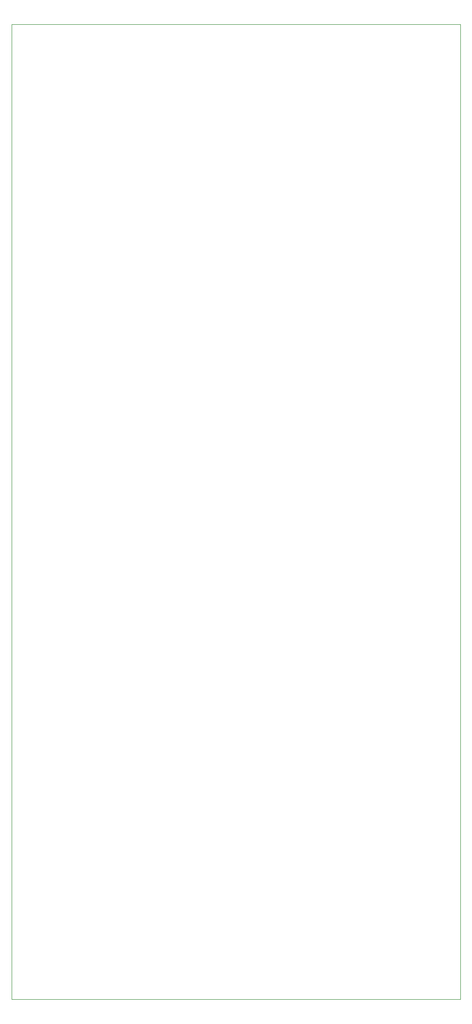
<source format=gbr>
%TF.GenerationSoftware,KiCad,Pcbnew,(6.0.7)*%
%TF.CreationDate,2022-09-18T15:45:32+05:30*%
%TF.ProjectId,Irrigation Project,49727269-6761-4746-996f-6e2050726f6a,V1.0*%
%TF.SameCoordinates,Original*%
%TF.FileFunction,Profile,NP*%
%FSLAX46Y46*%
G04 Gerber Fmt 4.6, Leading zero omitted, Abs format (unit mm)*
G04 Created by KiCad (PCBNEW (6.0.7)) date 2022-09-18 15:45:32*
%MOMM*%
%LPD*%
G01*
G04 APERTURE LIST*
%TA.AperFunction,Profile*%
%ADD10C,0.100000*%
%TD*%
G04 APERTURE END LIST*
D10*
X85000000Y-17880000D02*
X163350000Y-17880000D01*
X163350000Y-17880000D02*
X163350000Y-187800000D01*
X163350000Y-187800000D02*
X85000000Y-187800000D01*
X85000000Y-187800000D02*
X85000000Y-17880000D01*
M02*

</source>
